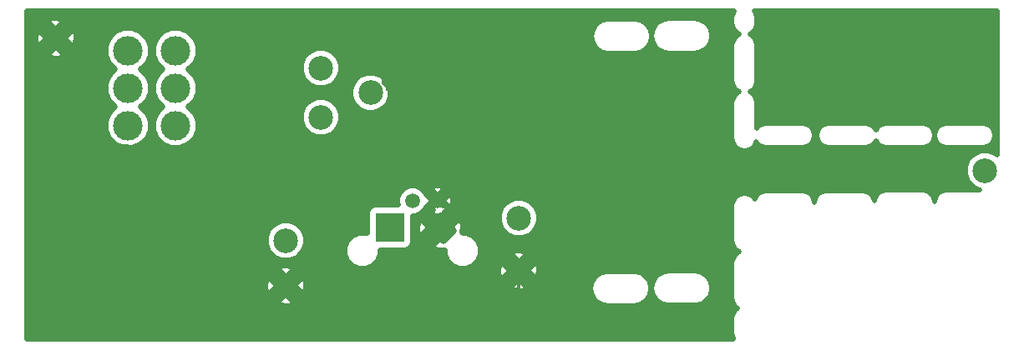
<source format=gbr>
G04 #@! TF.FileFunction,Copper,L2,Bot,Signal*
%FSLAX46Y46*%
G04 Gerber Fmt 4.6, Leading zero omitted, Abs format (unit mm)*
G04 Created by KiCad (PCBNEW 4.0.7) date 04/19/20 17:06:55*
%MOMM*%
%LPD*%
G01*
G04 APERTURE LIST*
%ADD10C,0.100000*%
%ADD11C,3.000000*%
%ADD12C,2.500000*%
%ADD13C,1.500000*%
%ADD14R,3.000000X3.000000*%
%ADD15C,0.600000*%
%ADD16C,0.350000*%
%ADD17C,0.500000*%
G04 APERTURE END LIST*
D10*
D11*
X56896000Y-93472000D03*
X56896000Y-89662000D03*
X56896000Y-85852000D03*
X52070000Y-93472000D03*
X52070000Y-89662000D03*
X52070000Y-85852000D03*
D12*
X76668000Y-90130000D03*
X71628000Y-92630000D03*
X71628000Y-87630000D03*
X138938000Y-98044000D03*
X44750000Y-84600000D03*
X91694000Y-102870000D03*
X91694000Y-108204000D03*
X68072000Y-109728000D03*
X68072000Y-105156000D03*
D13*
X80910000Y-101110000D03*
X83450000Y-101110000D03*
D14*
X78624000Y-103838000D03*
D11*
X83704000Y-103838000D03*
D15*
X76962000Y-94488000D03*
X76200000Y-83820000D03*
X76454000Y-86106000D03*
X77978000Y-86614000D03*
X78486000Y-89662000D03*
X78486000Y-92202000D03*
X77724000Y-93472000D03*
X83820000Y-90678000D03*
X82980000Y-83480000D03*
X83010000Y-85470000D03*
X84040000Y-86390000D03*
X84040000Y-89350000D03*
X87884000Y-97028000D03*
X88290000Y-98130000D03*
X89870000Y-84600000D03*
X90040000Y-85770000D03*
X90110000Y-87460000D03*
X90170000Y-91694000D03*
X90170000Y-90424000D03*
X90170000Y-89154000D03*
X91320000Y-93000000D03*
X91070000Y-94240000D03*
X91320000Y-95160000D03*
X92330000Y-97820000D03*
X98040000Y-83300000D03*
X98020000Y-84520000D03*
X98070000Y-85800000D03*
X98300000Y-87290000D03*
X97790000Y-92010000D03*
X98410000Y-92680000D03*
X98550000Y-94570000D03*
X98410000Y-97660000D03*
X98800000Y-98530000D03*
X110030000Y-100430000D03*
X108470000Y-99020000D03*
X106570000Y-99140000D03*
X103970000Y-99100000D03*
X102150000Y-99250000D03*
X100240000Y-99360000D03*
X97990000Y-99330000D03*
X96320000Y-99250000D03*
X94770000Y-99240000D03*
X92760000Y-99190000D03*
X90830000Y-99270000D03*
X88650000Y-99100000D03*
X86450000Y-99130000D03*
X84880000Y-99020000D03*
X83580000Y-99040000D03*
X81400000Y-98960000D03*
X80140000Y-98920000D03*
X78700000Y-98880000D03*
X76930000Y-98980000D03*
X75490000Y-98940000D03*
X73480000Y-98990000D03*
X69260000Y-98880000D03*
X67670000Y-98800000D03*
X66330000Y-98660000D03*
X64760000Y-98540000D03*
X62590000Y-98350000D03*
X60690000Y-98320000D03*
X58840000Y-98290000D03*
X57190000Y-98100000D03*
X55990000Y-97040000D03*
X55040000Y-95860000D03*
X53340000Y-95690000D03*
X52280000Y-95740000D03*
X50900000Y-95500000D03*
X49550000Y-95510000D03*
X46520000Y-95060000D03*
X44730000Y-95630000D03*
X42580000Y-86500000D03*
X42690000Y-87960000D03*
X42920000Y-90640000D03*
X42970000Y-93040000D03*
X42920000Y-95550000D03*
X43140000Y-98010000D03*
X42920000Y-100080000D03*
X42470000Y-102880000D03*
X42470000Y-105220000D03*
X42790000Y-108070000D03*
X42850000Y-110030000D03*
X42940000Y-111980000D03*
X44460000Y-113500000D03*
X46100000Y-113650000D03*
X48230000Y-113500000D03*
X50670000Y-113840000D03*
X52770000Y-113920000D03*
X55250000Y-113840000D03*
X57110000Y-113920000D03*
X59780000Y-113880000D03*
X62180000Y-113920000D03*
X64390000Y-113880000D03*
X67280000Y-113920000D03*
X68200000Y-112930000D03*
X69380000Y-113960000D03*
X71170000Y-114110000D03*
X72770000Y-114340000D03*
X74870000Y-114220000D03*
X76920000Y-114340000D03*
X79210000Y-114340000D03*
X81150000Y-114410000D03*
X83480000Y-114330000D03*
X86810000Y-114270000D03*
X89520000Y-114050000D03*
X92320000Y-113580000D03*
X112460000Y-99860000D03*
X112320000Y-101730000D03*
X112370000Y-103320000D03*
X112400000Y-104890000D03*
X112400000Y-106720000D03*
X112320000Y-108590000D03*
X112280000Y-110760000D03*
X112360000Y-112240000D03*
X111900000Y-113650000D03*
X109580000Y-113690000D03*
X106220000Y-113390000D03*
X103630000Y-113390000D03*
X101270000Y-113230000D03*
X98830000Y-113580000D03*
X96770000Y-113580000D03*
X94640000Y-113690000D03*
X111750000Y-99060000D03*
X113500000Y-99520000D03*
X115370000Y-99560000D03*
X117460000Y-99560000D03*
X119250000Y-99710000D03*
X120970000Y-99520000D03*
X123290000Y-99630000D03*
X125810000Y-99520000D03*
X127750000Y-99330000D03*
X129500000Y-99290000D03*
X131710000Y-99360000D03*
X133620000Y-99480000D03*
X135710000Y-99590000D03*
X135790000Y-96350000D03*
X133650000Y-96430000D03*
X131290000Y-96470000D03*
X129390000Y-96700000D03*
X128050000Y-96580000D03*
X126340000Y-96500000D03*
X124560000Y-96530000D03*
X122770000Y-96450000D03*
X120980000Y-96370000D03*
X119160000Y-96340000D03*
X117210000Y-96390000D03*
X115230000Y-96340000D03*
X113630000Y-96380000D03*
X113000000Y-95540000D03*
X112880000Y-94350000D03*
X112530000Y-92780000D03*
X112370000Y-91400000D03*
X42560000Y-82520000D03*
X44830000Y-82030000D03*
X46800000Y-82050000D03*
X48620000Y-82120000D03*
X50660000Y-81980000D03*
X53760000Y-82220000D03*
X56430000Y-82410000D03*
X59280000Y-82330000D03*
X62140000Y-82420000D03*
X64820000Y-82530000D03*
X67950000Y-82260000D03*
X70800000Y-82260000D03*
X73760000Y-82310000D03*
X77520000Y-82410000D03*
X84460000Y-82320000D03*
X80720000Y-82500000D03*
X87570000Y-82410000D03*
X90860000Y-82410000D03*
X94060000Y-82540000D03*
X96340000Y-82360000D03*
X97980000Y-82360000D03*
X112320000Y-90250000D03*
X112460000Y-89040000D03*
X112320000Y-86750000D03*
X112510000Y-85080000D03*
X112710000Y-83230000D03*
X111620000Y-82870000D03*
X108740000Y-82530000D03*
X106480000Y-82310000D03*
X104610000Y-82280000D03*
X102960000Y-82240000D03*
X100600000Y-82130000D03*
X49770000Y-109580000D03*
X49930000Y-107010000D03*
X97670000Y-88010000D03*
X97600000Y-89080000D03*
X97160000Y-90310000D03*
X97160000Y-91330000D03*
X101820000Y-89040000D03*
X102930000Y-88960000D03*
X60860000Y-93330000D03*
X60290000Y-92440000D03*
X60310000Y-90950000D03*
X60270000Y-89730000D03*
X75946000Y-97536000D03*
X76962000Y-97282000D03*
X103886000Y-90932000D03*
X87884000Y-88900000D03*
X81280000Y-90932000D03*
X89408000Y-94996000D03*
D16*
X76200000Y-85852000D02*
X76200000Y-83820000D01*
X76454000Y-86106000D02*
X76200000Y-85852000D01*
X77978000Y-89154000D02*
X77978000Y-86614000D01*
X78486000Y-89662000D02*
X77978000Y-89154000D01*
X78486000Y-92710000D02*
X78486000Y-92202000D01*
X77724000Y-93472000D02*
X78486000Y-92710000D01*
X82980000Y-85440000D02*
X82980000Y-83480000D01*
X83010000Y-85470000D02*
X82980000Y-85440000D01*
X84040000Y-89350000D02*
X84040000Y-86390000D01*
X88650000Y-99100000D02*
X88650000Y-98490000D01*
X88650000Y-98490000D02*
X88290000Y-98130000D01*
X90860000Y-83610000D02*
X90860000Y-82410000D01*
X89870000Y-84600000D02*
X90860000Y-83610000D01*
X90040000Y-87390000D02*
X90040000Y-85770000D01*
X90110000Y-87460000D02*
X90040000Y-87390000D01*
X90170000Y-89154000D02*
X90170000Y-90424000D01*
X91320000Y-93990000D02*
X91320000Y-93000000D01*
X91070000Y-94240000D02*
X91320000Y-93990000D01*
X91930000Y-95770000D02*
X91320000Y-95160000D01*
X91930000Y-97420000D02*
X91930000Y-95770000D01*
X92330000Y-97820000D02*
X91930000Y-97420000D01*
X98040000Y-84500000D02*
X98040000Y-83300000D01*
X98020000Y-84520000D02*
X98040000Y-84500000D01*
X98070000Y-87060000D02*
X98070000Y-85800000D01*
X98300000Y-87290000D02*
X98070000Y-87060000D01*
X97160000Y-91380000D02*
X97160000Y-91330000D01*
X97790000Y-92010000D02*
X97160000Y-91380000D01*
X98410000Y-94430000D02*
X98410000Y-92680000D01*
X98550000Y-94570000D02*
X98410000Y-94430000D01*
X98410000Y-98140000D02*
X98410000Y-97660000D01*
X98800000Y-98530000D02*
X98410000Y-98140000D01*
X109880000Y-100430000D02*
X110030000Y-100430000D01*
X108470000Y-99020000D02*
X109880000Y-100430000D01*
X104010000Y-99140000D02*
X106570000Y-99140000D01*
X103970000Y-99100000D02*
X104010000Y-99140000D01*
X100350000Y-99250000D02*
X102150000Y-99250000D01*
X100240000Y-99360000D02*
X100350000Y-99250000D01*
X96400000Y-99330000D02*
X97990000Y-99330000D01*
X96320000Y-99250000D02*
X96400000Y-99330000D01*
X92810000Y-99240000D02*
X94770000Y-99240000D01*
X92760000Y-99190000D02*
X92810000Y-99240000D01*
X88820000Y-99270000D02*
X90830000Y-99270000D01*
X88650000Y-99100000D02*
X88820000Y-99270000D01*
X84990000Y-99130000D02*
X86450000Y-99130000D01*
X84880000Y-99020000D02*
X84990000Y-99130000D01*
X81480000Y-99040000D02*
X83580000Y-99040000D01*
X81400000Y-98960000D02*
X81480000Y-99040000D01*
X78740000Y-98920000D02*
X80140000Y-98920000D01*
X78700000Y-98880000D02*
X78740000Y-98920000D01*
X75530000Y-98980000D02*
X76930000Y-98980000D01*
X75490000Y-98940000D02*
X75530000Y-98980000D01*
X70690000Y-98990000D02*
X73480000Y-98990000D01*
X70580000Y-98880000D02*
X70690000Y-98990000D01*
X69260000Y-98880000D02*
X70580000Y-98880000D01*
X66470000Y-98800000D02*
X67670000Y-98800000D01*
X66330000Y-98660000D02*
X66470000Y-98800000D01*
X62780000Y-98540000D02*
X64760000Y-98540000D01*
X62590000Y-98350000D02*
X62780000Y-98540000D01*
X58870000Y-98320000D02*
X60690000Y-98320000D01*
X58840000Y-98290000D02*
X58870000Y-98320000D01*
X57050000Y-98100000D02*
X57190000Y-98100000D01*
X55990000Y-97040000D02*
X57050000Y-98100000D01*
X53510000Y-95860000D02*
X55040000Y-95860000D01*
X53340000Y-95690000D02*
X53510000Y-95860000D01*
X42920000Y-95550000D02*
X44650000Y-95550000D01*
X52280000Y-95740000D02*
X52040000Y-95500000D01*
X52040000Y-95500000D02*
X50900000Y-95500000D01*
X46970000Y-95510000D02*
X49550000Y-95510000D01*
X46520000Y-95060000D02*
X46970000Y-95510000D01*
X44650000Y-95550000D02*
X44730000Y-95630000D01*
X42580000Y-86500000D02*
X44480000Y-84600000D01*
X42690000Y-90410000D02*
X42690000Y-87960000D01*
X42920000Y-90640000D02*
X42690000Y-90410000D01*
X42970000Y-95500000D02*
X42970000Y-93040000D01*
X42920000Y-95550000D02*
X42970000Y-95500000D01*
X43140000Y-99860000D02*
X43140000Y-98010000D01*
X42920000Y-100080000D02*
X43140000Y-99860000D01*
X42470000Y-105220000D02*
X42470000Y-102880000D01*
X42790000Y-109970000D02*
X42790000Y-108070000D01*
X42850000Y-110030000D02*
X42790000Y-109970000D01*
X44480000Y-84600000D02*
X44750000Y-84600000D01*
X44460000Y-113500000D02*
X42940000Y-111980000D01*
X48080000Y-113650000D02*
X46100000Y-113650000D01*
X48230000Y-113500000D02*
X48080000Y-113650000D01*
X52690000Y-113840000D02*
X50670000Y-113840000D01*
X52770000Y-113920000D02*
X52690000Y-113840000D01*
X57030000Y-113840000D02*
X55250000Y-113840000D01*
X57110000Y-113920000D02*
X57030000Y-113840000D01*
X62140000Y-113880000D02*
X59780000Y-113880000D01*
X62180000Y-113920000D02*
X62140000Y-113880000D01*
X67240000Y-113880000D02*
X64390000Y-113880000D01*
X67280000Y-113920000D02*
X67240000Y-113880000D01*
X92320000Y-113580000D02*
X89990000Y-113580000D01*
X68350000Y-112930000D02*
X68200000Y-112930000D01*
X69380000Y-113960000D02*
X68350000Y-112930000D01*
X72540000Y-114110000D02*
X71170000Y-114110000D01*
X72770000Y-114340000D02*
X72540000Y-114110000D01*
X76800000Y-114220000D02*
X74870000Y-114220000D01*
X76920000Y-114340000D02*
X76800000Y-114220000D01*
X81080000Y-114340000D02*
X79210000Y-114340000D01*
X81150000Y-114410000D02*
X81080000Y-114340000D01*
X86750000Y-114330000D02*
X83480000Y-114330000D01*
X86810000Y-114270000D02*
X86750000Y-114330000D01*
X89990000Y-113580000D02*
X89520000Y-114050000D01*
X91694000Y-112954000D02*
X91694000Y-108204000D01*
X92320000Y-113580000D02*
X91694000Y-112954000D01*
X112460000Y-99860000D02*
X112320000Y-100000000D01*
X112320000Y-100000000D02*
X112320000Y-101730000D01*
X112370000Y-103320000D02*
X112400000Y-103350000D01*
X112400000Y-103350000D02*
X112400000Y-104890000D01*
X112400000Y-106720000D02*
X112320000Y-106800000D01*
X112320000Y-106800000D02*
X112320000Y-108590000D01*
X112280000Y-110760000D02*
X112360000Y-110840000D01*
X112360000Y-110840000D02*
X112360000Y-112240000D01*
X111900000Y-113650000D02*
X111860000Y-113690000D01*
X111860000Y-113690000D02*
X109580000Y-113690000D01*
X106220000Y-113390000D02*
X103630000Y-113390000D01*
X101270000Y-113230000D02*
X100920000Y-113580000D01*
X100920000Y-113580000D02*
X98830000Y-113580000D01*
X96770000Y-113580000D02*
X96740000Y-113610000D01*
X96740000Y-113610000D02*
X94720000Y-113610000D01*
X94720000Y-113610000D02*
X94640000Y-113690000D01*
X113040000Y-99060000D02*
X111750000Y-99060000D01*
X113500000Y-99520000D02*
X113040000Y-99060000D01*
X117460000Y-99560000D02*
X115370000Y-99560000D01*
X120780000Y-99710000D02*
X119250000Y-99710000D01*
X120970000Y-99520000D02*
X120780000Y-99710000D01*
X125700000Y-99630000D02*
X123290000Y-99630000D01*
X125810000Y-99520000D02*
X125700000Y-99630000D01*
X129460000Y-99330000D02*
X127750000Y-99330000D01*
X129500000Y-99290000D02*
X129460000Y-99330000D01*
X133500000Y-99360000D02*
X131710000Y-99360000D01*
X133620000Y-99480000D02*
X133500000Y-99360000D01*
X135710000Y-96430000D02*
X135710000Y-99590000D01*
X135790000Y-96350000D02*
X135710000Y-96430000D01*
X133610000Y-96390000D02*
X133650000Y-96430000D01*
X131370000Y-96390000D02*
X133610000Y-96390000D01*
X131290000Y-96470000D02*
X131370000Y-96390000D01*
X128170000Y-96700000D02*
X129390000Y-96700000D01*
X128050000Y-96580000D02*
X128170000Y-96700000D01*
X124590000Y-96500000D02*
X126340000Y-96500000D01*
X124560000Y-96530000D02*
X124590000Y-96500000D01*
X121060000Y-96450000D02*
X122770000Y-96450000D01*
X120980000Y-96370000D02*
X121060000Y-96450000D01*
X117260000Y-96340000D02*
X119160000Y-96340000D01*
X117210000Y-96390000D02*
X117260000Y-96340000D01*
X113670000Y-96340000D02*
X115230000Y-96340000D01*
X113630000Y-96380000D02*
X113670000Y-96340000D01*
X113000000Y-94470000D02*
X113000000Y-95540000D01*
X112880000Y-94350000D02*
X113000000Y-94470000D01*
X112530000Y-91560000D02*
X112530000Y-92780000D01*
X112370000Y-91400000D02*
X112530000Y-91560000D01*
X42560000Y-82520000D02*
X43050000Y-82030000D01*
X43050000Y-82030000D02*
X44830000Y-82030000D01*
X46800000Y-82050000D02*
X46870000Y-82120000D01*
X46870000Y-82120000D02*
X48620000Y-82120000D01*
X50660000Y-81980000D02*
X50900000Y-82220000D01*
X50900000Y-82220000D02*
X53760000Y-82220000D01*
X56430000Y-82410000D02*
X56510000Y-82330000D01*
X56510000Y-82330000D02*
X59280000Y-82330000D01*
X62140000Y-82420000D02*
X62250000Y-82530000D01*
X62250000Y-82530000D02*
X64820000Y-82530000D01*
X67950000Y-82260000D02*
X68000000Y-82310000D01*
X68000000Y-82310000D02*
X70750000Y-82310000D01*
X70750000Y-82310000D02*
X70800000Y-82260000D01*
X73760000Y-82310000D02*
X73860000Y-82410000D01*
X73860000Y-82410000D02*
X77520000Y-82410000D01*
X80720000Y-82500000D02*
X80900000Y-82320000D01*
X80900000Y-82320000D02*
X84460000Y-82320000D01*
X87570000Y-82410000D02*
X90860000Y-82410000D01*
X94060000Y-82540000D02*
X94240000Y-82360000D01*
X94240000Y-82360000D02*
X96340000Y-82360000D01*
X112320000Y-89180000D02*
X112320000Y-90250000D01*
X112460000Y-89040000D02*
X112320000Y-89180000D01*
X112320000Y-85270000D02*
X112320000Y-86750000D01*
X112510000Y-85080000D02*
X112320000Y-85270000D01*
X111980000Y-83230000D02*
X112710000Y-83230000D01*
X111620000Y-82870000D02*
X111980000Y-83230000D01*
X106700000Y-82530000D02*
X108740000Y-82530000D01*
X106480000Y-82310000D02*
X106700000Y-82530000D01*
X103000000Y-82280000D02*
X104610000Y-82280000D01*
X102960000Y-82240000D02*
X103000000Y-82280000D01*
X98210000Y-82130000D02*
X100600000Y-82130000D01*
X97980000Y-82360000D02*
X98210000Y-82130000D01*
X97670000Y-88010000D02*
X97600000Y-88080000D01*
X97600000Y-88080000D02*
X97600000Y-89080000D01*
X97160000Y-90310000D02*
X97160000Y-91330000D01*
X102850000Y-89040000D02*
X101820000Y-89040000D01*
X102930000Y-88960000D02*
X102850000Y-89040000D01*
X60860000Y-93010000D02*
X60860000Y-93330000D01*
X60290000Y-92440000D02*
X60860000Y-93010000D01*
X60310000Y-89770000D02*
X60310000Y-90950000D01*
X60270000Y-89730000D02*
X60310000Y-89770000D01*
X76708000Y-97536000D02*
X75946000Y-97536000D01*
X76962000Y-97282000D02*
X76708000Y-97536000D01*
X87884000Y-88900000D02*
X88138000Y-88900000D01*
D17*
G36*
X113399151Y-82046259D02*
X113304000Y-82524613D01*
X113304000Y-83083387D01*
X113399151Y-83561741D01*
X113670117Y-83967270D01*
X114015888Y-84198307D01*
X113670117Y-84429344D01*
X113399151Y-84834873D01*
X113304000Y-85313227D01*
X113304000Y-88930773D01*
X113399151Y-89409127D01*
X113670117Y-89814656D01*
X114011858Y-90043000D01*
X113670117Y-90271344D01*
X113399151Y-90676873D01*
X113304000Y-91155227D01*
X113304000Y-94772773D01*
X113399151Y-95251127D01*
X113670117Y-95656656D01*
X114075646Y-95927622D01*
X114554000Y-96022773D01*
X115032354Y-95927622D01*
X115437883Y-95656656D01*
X115708849Y-95251127D01*
X115740004Y-95094502D01*
X115925344Y-95371883D01*
X116330873Y-95642849D01*
X116809227Y-95738000D01*
X120426773Y-95738000D01*
X120905127Y-95642849D01*
X121310656Y-95371883D01*
X121581622Y-94966354D01*
X121676773Y-94488000D01*
X121909227Y-94488000D01*
X122004378Y-94966354D01*
X122275344Y-95371883D01*
X122680873Y-95642849D01*
X123159227Y-95738000D01*
X126776773Y-95738000D01*
X127255127Y-95642849D01*
X127660656Y-95371883D01*
X127889000Y-95030142D01*
X128117344Y-95371883D01*
X128522873Y-95642849D01*
X129001227Y-95738000D01*
X132618773Y-95738000D01*
X133097127Y-95642849D01*
X133502656Y-95371883D01*
X133773622Y-94966354D01*
X133858000Y-94542159D01*
X133942378Y-94966354D01*
X134213344Y-95371883D01*
X134618873Y-95642849D01*
X135097227Y-95738000D01*
X138714773Y-95738000D01*
X139193127Y-95642849D01*
X139598656Y-95371883D01*
X139869622Y-94966354D01*
X139964773Y-94488000D01*
X139869622Y-94009646D01*
X139598656Y-93604117D01*
X139193127Y-93333151D01*
X138714773Y-93238000D01*
X135097227Y-93238000D01*
X134618873Y-93333151D01*
X134213344Y-93604117D01*
X133942378Y-94009646D01*
X133858000Y-94433841D01*
X133773622Y-94009646D01*
X133502656Y-93604117D01*
X133097127Y-93333151D01*
X132618773Y-93238000D01*
X129001227Y-93238000D01*
X128522873Y-93333151D01*
X128117344Y-93604117D01*
X127889000Y-93945858D01*
X127660656Y-93604117D01*
X127255127Y-93333151D01*
X126776773Y-93238000D01*
X123159227Y-93238000D01*
X122680873Y-93333151D01*
X122275344Y-93604117D01*
X122004378Y-94009646D01*
X121909227Y-94488000D01*
X121676773Y-94488000D01*
X121581622Y-94009646D01*
X121310656Y-93604117D01*
X120905127Y-93333151D01*
X120426773Y-93238000D01*
X116809227Y-93238000D01*
X116330873Y-93333151D01*
X115925344Y-93604117D01*
X115804000Y-93785721D01*
X115804000Y-91155227D01*
X115708849Y-90676873D01*
X115437883Y-90271344D01*
X115096142Y-90043000D01*
X115437883Y-89814656D01*
X115708849Y-89409127D01*
X115804000Y-88930773D01*
X115804000Y-85313227D01*
X115708849Y-84834873D01*
X115437883Y-84429344D01*
X115092112Y-84198307D01*
X115437883Y-83967270D01*
X115708849Y-83561741D01*
X115804000Y-83083387D01*
X115804000Y-82524613D01*
X115708849Y-82046259D01*
X115561008Y-81825000D01*
X140175000Y-81825000D01*
X140175000Y-96452262D01*
X140072388Y-96349471D01*
X139337570Y-96044348D01*
X138541921Y-96043654D01*
X137806571Y-96347494D01*
X137243471Y-96909612D01*
X136938348Y-97644430D01*
X136937654Y-98440079D01*
X137241494Y-99175429D01*
X137803612Y-99738529D01*
X138385139Y-99980000D01*
X135051227Y-99980000D01*
X134572873Y-100075151D01*
X134167344Y-100346117D01*
X133896378Y-100751646D01*
X133806022Y-101205895D01*
X133723622Y-100791646D01*
X133452656Y-100386117D01*
X133047127Y-100115151D01*
X132568773Y-100020000D01*
X128951227Y-100020000D01*
X128472873Y-100115151D01*
X128067344Y-100386117D01*
X127796378Y-100791646D01*
X127729441Y-101128158D01*
X127677622Y-100867646D01*
X127406656Y-100462117D01*
X127001127Y-100191151D01*
X126522773Y-100096000D01*
X122905227Y-100096000D01*
X122426873Y-100191151D01*
X122021344Y-100462117D01*
X121750378Y-100867646D01*
X121666000Y-101291841D01*
X121581622Y-100867646D01*
X121310656Y-100462117D01*
X120905127Y-100191151D01*
X120426773Y-100096000D01*
X116809227Y-100096000D01*
X116330873Y-100191151D01*
X115925344Y-100462117D01*
X115654378Y-100867646D01*
X115632657Y-100976844D01*
X115437883Y-100685344D01*
X115032354Y-100414378D01*
X114554000Y-100319227D01*
X114075646Y-100414378D01*
X113670117Y-100685344D01*
X113399151Y-101090873D01*
X113304000Y-101569227D01*
X113304000Y-105186773D01*
X113399151Y-105665127D01*
X113670117Y-106070656D01*
X114011858Y-106299000D01*
X113670117Y-106527344D01*
X113399151Y-106932873D01*
X113304000Y-107411227D01*
X113304000Y-111028773D01*
X113399151Y-111507127D01*
X113670117Y-111912656D01*
X113824476Y-112015796D01*
X113670117Y-112118935D01*
X113399151Y-112524464D01*
X113304000Y-113002818D01*
X113304000Y-114581182D01*
X113399151Y-115059536D01*
X113476302Y-115175000D01*
X41825000Y-115175000D01*
X41825000Y-111407063D01*
X67276820Y-111407063D01*
X67431684Y-111672632D01*
X68224604Y-111769644D01*
X68712316Y-111672632D01*
X68867180Y-111407063D01*
X68072000Y-110611883D01*
X67276820Y-111407063D01*
X41825000Y-111407063D01*
X41825000Y-109880604D01*
X66030356Y-109880604D01*
X66127368Y-110368316D01*
X66392937Y-110523180D01*
X67188117Y-109728000D01*
X68955883Y-109728000D01*
X69751063Y-110523180D01*
X70016632Y-110368316D01*
X70076001Y-109883063D01*
X90898820Y-109883063D01*
X91053684Y-110148632D01*
X91846604Y-110245644D01*
X92334316Y-110148632D01*
X92406410Y-110025000D01*
X98966227Y-110025000D01*
X99099438Y-110694696D01*
X99478790Y-111262437D01*
X100046531Y-111641789D01*
X100716227Y-111775000D01*
X103333773Y-111775000D01*
X104003469Y-111641789D01*
X104571210Y-111262437D01*
X104950562Y-110694696D01*
X105083773Y-110025000D01*
X105075220Y-109982000D01*
X105145227Y-109982000D01*
X105278438Y-110651696D01*
X105657790Y-111219437D01*
X106225531Y-111598789D01*
X106895227Y-111732000D01*
X109512773Y-111732000D01*
X110182469Y-111598789D01*
X110750210Y-111219437D01*
X111129562Y-110651696D01*
X111262773Y-109982000D01*
X111129562Y-109312304D01*
X110750210Y-108744563D01*
X110182469Y-108365211D01*
X109512773Y-108232000D01*
X106895227Y-108232000D01*
X106225531Y-108365211D01*
X105657790Y-108744563D01*
X105278438Y-109312304D01*
X105145227Y-109982000D01*
X105075220Y-109982000D01*
X104950562Y-109355304D01*
X104571210Y-108787563D01*
X104003469Y-108408211D01*
X103333773Y-108275000D01*
X100716227Y-108275000D01*
X100046531Y-108408211D01*
X99478790Y-108787563D01*
X99099438Y-109355304D01*
X98966227Y-110025000D01*
X92406410Y-110025000D01*
X92489180Y-109883063D01*
X91694000Y-109087883D01*
X90898820Y-109883063D01*
X70076001Y-109883063D01*
X70113644Y-109575396D01*
X70016632Y-109087684D01*
X69751063Y-108932820D01*
X68955883Y-109728000D01*
X67188117Y-109728000D01*
X66392937Y-108932820D01*
X66127368Y-109087684D01*
X66030356Y-109880604D01*
X41825000Y-109880604D01*
X41825000Y-108048937D01*
X67276820Y-108048937D01*
X68072000Y-108844117D01*
X68559513Y-108356604D01*
X89652356Y-108356604D01*
X89749368Y-108844316D01*
X90014937Y-108999180D01*
X90810117Y-108204000D01*
X92577883Y-108204000D01*
X93373063Y-108999180D01*
X93638632Y-108844316D01*
X93735644Y-108051396D01*
X93638632Y-107563684D01*
X93373063Y-107408820D01*
X92577883Y-108204000D01*
X90810117Y-108204000D01*
X90014937Y-107408820D01*
X89749368Y-107563684D01*
X89652356Y-108356604D01*
X68559513Y-108356604D01*
X68867180Y-108048937D01*
X68712316Y-107783368D01*
X67919396Y-107686356D01*
X67431684Y-107783368D01*
X67276820Y-108048937D01*
X41825000Y-108048937D01*
X41825000Y-105552079D01*
X66071654Y-105552079D01*
X66375494Y-106287429D01*
X66937612Y-106850529D01*
X67672430Y-107155652D01*
X68468079Y-107156346D01*
X69203429Y-106852506D01*
X69509998Y-106546471D01*
X74029688Y-106546471D01*
X74303145Y-107208286D01*
X74809051Y-107715076D01*
X75470387Y-107989687D01*
X76186471Y-107990312D01*
X76848286Y-107716855D01*
X77355076Y-107210949D01*
X77629687Y-106549613D01*
X77630077Y-106102693D01*
X80124000Y-106102693D01*
X80401933Y-106050396D01*
X80657198Y-105886138D01*
X80739994Y-105764961D01*
X82837699Y-105764961D01*
X83031361Y-106039784D01*
X83925149Y-106129592D01*
X84177605Y-106079375D01*
X84190085Y-106091855D01*
X84189688Y-106546471D01*
X84463145Y-107208286D01*
X84969051Y-107715076D01*
X85630387Y-107989687D01*
X86346471Y-107990312D01*
X87008286Y-107716855D01*
X87515076Y-107210949D01*
X87789687Y-106549613D01*
X87789708Y-106524937D01*
X90898820Y-106524937D01*
X91694000Y-107320117D01*
X92489180Y-106524937D01*
X92334316Y-106259368D01*
X91541396Y-106162356D01*
X91053684Y-106259368D01*
X90898820Y-106524937D01*
X87789708Y-106524937D01*
X87790312Y-105833529D01*
X87516855Y-105171714D01*
X87010949Y-104664924D01*
X86349613Y-104390313D01*
X86023798Y-104390028D01*
X85927572Y-104293802D01*
X85995592Y-103616851D01*
X85925819Y-103266079D01*
X89693654Y-103266079D01*
X89997494Y-104001429D01*
X90559612Y-104564529D01*
X91294430Y-104869652D01*
X92090079Y-104870346D01*
X92825429Y-104566506D01*
X93388529Y-104004388D01*
X93693652Y-103269570D01*
X93694346Y-102473921D01*
X93390506Y-101738571D01*
X92828388Y-101175471D01*
X92093570Y-100870348D01*
X91297921Y-100869654D01*
X90562571Y-101173494D01*
X89999471Y-101735612D01*
X89694348Y-102470430D01*
X89693654Y-103266079D01*
X85925819Y-103266079D01*
X85905784Y-103165361D01*
X85630961Y-102971699D01*
X84764660Y-103838000D01*
X85132356Y-104205696D01*
X84071696Y-105266356D01*
X83704000Y-104898660D01*
X82837699Y-105764961D01*
X80739994Y-105764961D01*
X80828446Y-105635508D01*
X80888693Y-105338000D01*
X80888693Y-104059149D01*
X81412408Y-104059149D01*
X81502216Y-104510639D01*
X81777039Y-104704301D01*
X82643340Y-103838000D01*
X81777039Y-102971699D01*
X81502216Y-103165361D01*
X81412408Y-104059149D01*
X80888693Y-104059149D01*
X80888693Y-102609982D01*
X81207059Y-102610260D01*
X81758572Y-102382380D01*
X81850360Y-102290751D01*
X82799579Y-102290751D01*
X82876928Y-102536753D01*
X83466546Y-102647453D01*
X83556266Y-102629606D01*
X83704000Y-102777340D01*
X83925099Y-102556241D01*
X84023072Y-102536753D01*
X84059067Y-102422273D01*
X84570301Y-101911039D01*
X84376639Y-101636216D01*
X83482851Y-101546408D01*
X83031361Y-101636216D01*
X82837699Y-101911039D01*
X83008495Y-102081835D01*
X82799579Y-102290751D01*
X81850360Y-102290751D01*
X82180897Y-101960791D01*
X82264693Y-101758988D01*
X82269249Y-101760421D01*
X82919670Y-101110000D01*
X83980330Y-101110000D01*
X84630751Y-101760421D01*
X84876753Y-101683072D01*
X84987453Y-101093454D01*
X84876753Y-100536928D01*
X84630751Y-100459579D01*
X83980330Y-101110000D01*
X82919670Y-101110000D01*
X82269249Y-100459579D01*
X82264828Y-100460969D01*
X82182380Y-100261428D01*
X81850780Y-99929249D01*
X82799579Y-99929249D01*
X83450000Y-100579670D01*
X84100421Y-99929249D01*
X84023072Y-99683247D01*
X83433454Y-99572547D01*
X82876928Y-99683247D01*
X82799579Y-99929249D01*
X81850780Y-99929249D01*
X81760791Y-99839103D01*
X81209677Y-99610261D01*
X80612941Y-99609740D01*
X80061428Y-99837620D01*
X79639103Y-100259209D01*
X79410261Y-100810323D01*
X79409740Y-101407059D01*
X79478432Y-101573307D01*
X77124000Y-101573307D01*
X76846067Y-101625604D01*
X76590802Y-101789862D01*
X76419554Y-102040492D01*
X76359307Y-102338000D01*
X76359307Y-104460776D01*
X76189613Y-104390313D01*
X75473529Y-104389688D01*
X74811714Y-104663145D01*
X74304924Y-105169051D01*
X74030313Y-105830387D01*
X74029688Y-106546471D01*
X69509998Y-106546471D01*
X69766529Y-106290388D01*
X70071652Y-105555570D01*
X70072346Y-104759921D01*
X69768506Y-104024571D01*
X69206388Y-103461471D01*
X68471570Y-103156348D01*
X67675921Y-103155654D01*
X66940571Y-103459494D01*
X66377471Y-104021612D01*
X66072348Y-104756430D01*
X66071654Y-105552079D01*
X41825000Y-105552079D01*
X41825000Y-86279063D01*
X43954820Y-86279063D01*
X44109684Y-86544632D01*
X44902604Y-86641644D01*
X45390316Y-86544632D01*
X45534376Y-86297589D01*
X49819610Y-86297589D01*
X50161431Y-87124858D01*
X50793018Y-87757548D01*
X50163655Y-88385813D01*
X49820392Y-89212484D01*
X49819610Y-90107589D01*
X50161431Y-90934858D01*
X50793018Y-91567548D01*
X50163655Y-92195813D01*
X49820392Y-93022484D01*
X49819610Y-93917589D01*
X50161431Y-94744858D01*
X50793813Y-95378345D01*
X51620484Y-95721608D01*
X52515589Y-95722390D01*
X53342858Y-95380569D01*
X53976345Y-94748187D01*
X54319608Y-93921516D01*
X54320390Y-93026411D01*
X53978569Y-92199142D01*
X53346982Y-91566452D01*
X53976345Y-90938187D01*
X54319608Y-90111516D01*
X54320390Y-89216411D01*
X53978569Y-88389142D01*
X53346982Y-87756452D01*
X53976345Y-87128187D01*
X54319608Y-86301516D01*
X54319611Y-86297589D01*
X54645610Y-86297589D01*
X54987431Y-87124858D01*
X55619018Y-87757548D01*
X54989655Y-88385813D01*
X54646392Y-89212484D01*
X54645610Y-90107589D01*
X54987431Y-90934858D01*
X55619018Y-91567548D01*
X54989655Y-92195813D01*
X54646392Y-93022484D01*
X54645610Y-93917589D01*
X54987431Y-94744858D01*
X55619813Y-95378345D01*
X56446484Y-95721608D01*
X57341589Y-95722390D01*
X58168858Y-95380569D01*
X58802345Y-94748187D01*
X59145608Y-93921516D01*
X59146390Y-93026411D01*
X59146253Y-93026079D01*
X69627654Y-93026079D01*
X69931494Y-93761429D01*
X70493612Y-94324529D01*
X71228430Y-94629652D01*
X72024079Y-94630346D01*
X72759429Y-94326506D01*
X73322529Y-93764388D01*
X73627652Y-93029570D01*
X73628346Y-92233921D01*
X73324506Y-91498571D01*
X72762388Y-90935471D01*
X72027570Y-90630348D01*
X71231921Y-90629654D01*
X70496571Y-90933494D01*
X69933471Y-91495612D01*
X69628348Y-92230430D01*
X69627654Y-93026079D01*
X59146253Y-93026079D01*
X58804569Y-92199142D01*
X58172982Y-91566452D01*
X58802345Y-90938187D01*
X58973466Y-90526079D01*
X74667654Y-90526079D01*
X74971494Y-91261429D01*
X75533612Y-91824529D01*
X76268430Y-92129652D01*
X77064079Y-92130346D01*
X77799429Y-91826506D01*
X78362529Y-91264388D01*
X78667652Y-90529570D01*
X78668346Y-89733921D01*
X78364506Y-88998571D01*
X77802388Y-88435471D01*
X77067570Y-88130348D01*
X76271921Y-88129654D01*
X75536571Y-88433494D01*
X74973471Y-88995612D01*
X74668348Y-89730430D01*
X74667654Y-90526079D01*
X58973466Y-90526079D01*
X59145608Y-90111516D01*
X59146390Y-89216411D01*
X58804569Y-88389142D01*
X58442139Y-88026079D01*
X69627654Y-88026079D01*
X69931494Y-88761429D01*
X70493612Y-89324529D01*
X71228430Y-89629652D01*
X72024079Y-89630346D01*
X72759429Y-89326506D01*
X73322529Y-88764388D01*
X73627652Y-88029570D01*
X73628346Y-87233921D01*
X73324506Y-86498571D01*
X72762388Y-85935471D01*
X72027570Y-85630348D01*
X71231921Y-85629654D01*
X70496571Y-85933494D01*
X69933471Y-86495612D01*
X69628348Y-87230430D01*
X69627654Y-88026079D01*
X58442139Y-88026079D01*
X58172982Y-87756452D01*
X58802345Y-87128187D01*
X59145608Y-86301516D01*
X59146390Y-85406411D01*
X58804569Y-84579142D01*
X58625740Y-84400000D01*
X99041227Y-84400000D01*
X99174438Y-85069696D01*
X99553790Y-85637437D01*
X100121531Y-86016789D01*
X100791227Y-86150000D01*
X103408773Y-86150000D01*
X104078469Y-86016789D01*
X104646210Y-85637437D01*
X105025562Y-85069696D01*
X105154973Y-84419105D01*
X105274438Y-85019696D01*
X105653790Y-85587437D01*
X106221531Y-85966789D01*
X106891227Y-86100000D01*
X109508773Y-86100000D01*
X110178469Y-85966789D01*
X110746210Y-85587437D01*
X111125562Y-85019696D01*
X111258773Y-84350000D01*
X111125562Y-83680304D01*
X110746210Y-83112563D01*
X110178469Y-82733211D01*
X109508773Y-82600000D01*
X106891227Y-82600000D01*
X106221531Y-82733211D01*
X105653790Y-83112563D01*
X105274438Y-83680304D01*
X105145027Y-84330895D01*
X105025562Y-83730304D01*
X104646210Y-83162563D01*
X104078469Y-82783211D01*
X103408773Y-82650000D01*
X100791227Y-82650000D01*
X100121531Y-82783211D01*
X99553790Y-83162563D01*
X99174438Y-83730304D01*
X99041227Y-84400000D01*
X58625740Y-84400000D01*
X58172187Y-83945655D01*
X57345516Y-83602392D01*
X56450411Y-83601610D01*
X55623142Y-83943431D01*
X54989655Y-84575813D01*
X54646392Y-85402484D01*
X54645610Y-86297589D01*
X54319611Y-86297589D01*
X54320390Y-85406411D01*
X53978569Y-84579142D01*
X53346187Y-83945655D01*
X52519516Y-83602392D01*
X51624411Y-83601610D01*
X50797142Y-83943431D01*
X50163655Y-84575813D01*
X49820392Y-85402484D01*
X49819610Y-86297589D01*
X45534376Y-86297589D01*
X45545180Y-86279063D01*
X44750000Y-85483883D01*
X43954820Y-86279063D01*
X41825000Y-86279063D01*
X41825000Y-84752604D01*
X42708356Y-84752604D01*
X42805368Y-85240316D01*
X43070937Y-85395180D01*
X43866117Y-84600000D01*
X45633883Y-84600000D01*
X46429063Y-85395180D01*
X46694632Y-85240316D01*
X46791644Y-84447396D01*
X46694632Y-83959684D01*
X46429063Y-83804820D01*
X45633883Y-84600000D01*
X43866117Y-84600000D01*
X43070937Y-83804820D01*
X42805368Y-83959684D01*
X42708356Y-84752604D01*
X41825000Y-84752604D01*
X41825000Y-82920937D01*
X43954820Y-82920937D01*
X44750000Y-83716117D01*
X45545180Y-82920937D01*
X45390316Y-82655368D01*
X44597396Y-82558356D01*
X44109684Y-82655368D01*
X43954820Y-82920937D01*
X41825000Y-82920937D01*
X41825000Y-81825000D01*
X113546992Y-81825000D01*
X113399151Y-82046259D01*
X113399151Y-82046259D01*
G37*
X113399151Y-82046259D02*
X113304000Y-82524613D01*
X113304000Y-83083387D01*
X113399151Y-83561741D01*
X113670117Y-83967270D01*
X114015888Y-84198307D01*
X113670117Y-84429344D01*
X113399151Y-84834873D01*
X113304000Y-85313227D01*
X113304000Y-88930773D01*
X113399151Y-89409127D01*
X113670117Y-89814656D01*
X114011858Y-90043000D01*
X113670117Y-90271344D01*
X113399151Y-90676873D01*
X113304000Y-91155227D01*
X113304000Y-94772773D01*
X113399151Y-95251127D01*
X113670117Y-95656656D01*
X114075646Y-95927622D01*
X114554000Y-96022773D01*
X115032354Y-95927622D01*
X115437883Y-95656656D01*
X115708849Y-95251127D01*
X115740004Y-95094502D01*
X115925344Y-95371883D01*
X116330873Y-95642849D01*
X116809227Y-95738000D01*
X120426773Y-95738000D01*
X120905127Y-95642849D01*
X121310656Y-95371883D01*
X121581622Y-94966354D01*
X121676773Y-94488000D01*
X121909227Y-94488000D01*
X122004378Y-94966354D01*
X122275344Y-95371883D01*
X122680873Y-95642849D01*
X123159227Y-95738000D01*
X126776773Y-95738000D01*
X127255127Y-95642849D01*
X127660656Y-95371883D01*
X127889000Y-95030142D01*
X128117344Y-95371883D01*
X128522873Y-95642849D01*
X129001227Y-95738000D01*
X132618773Y-95738000D01*
X133097127Y-95642849D01*
X133502656Y-95371883D01*
X133773622Y-94966354D01*
X133858000Y-94542159D01*
X133942378Y-94966354D01*
X134213344Y-95371883D01*
X134618873Y-95642849D01*
X135097227Y-95738000D01*
X138714773Y-95738000D01*
X139193127Y-95642849D01*
X139598656Y-95371883D01*
X139869622Y-94966354D01*
X139964773Y-94488000D01*
X139869622Y-94009646D01*
X139598656Y-93604117D01*
X139193127Y-93333151D01*
X138714773Y-93238000D01*
X135097227Y-93238000D01*
X134618873Y-93333151D01*
X134213344Y-93604117D01*
X133942378Y-94009646D01*
X133858000Y-94433841D01*
X133773622Y-94009646D01*
X133502656Y-93604117D01*
X133097127Y-93333151D01*
X132618773Y-93238000D01*
X129001227Y-93238000D01*
X128522873Y-93333151D01*
X128117344Y-93604117D01*
X127889000Y-93945858D01*
X127660656Y-93604117D01*
X127255127Y-93333151D01*
X126776773Y-93238000D01*
X123159227Y-93238000D01*
X122680873Y-93333151D01*
X122275344Y-93604117D01*
X122004378Y-94009646D01*
X121909227Y-94488000D01*
X121676773Y-94488000D01*
X121581622Y-94009646D01*
X121310656Y-93604117D01*
X120905127Y-93333151D01*
X120426773Y-93238000D01*
X116809227Y-93238000D01*
X116330873Y-93333151D01*
X115925344Y-93604117D01*
X115804000Y-93785721D01*
X115804000Y-91155227D01*
X115708849Y-90676873D01*
X115437883Y-90271344D01*
X115096142Y-90043000D01*
X115437883Y-89814656D01*
X115708849Y-89409127D01*
X115804000Y-88930773D01*
X115804000Y-85313227D01*
X115708849Y-84834873D01*
X115437883Y-84429344D01*
X115092112Y-84198307D01*
X115437883Y-83967270D01*
X115708849Y-83561741D01*
X115804000Y-83083387D01*
X115804000Y-82524613D01*
X115708849Y-82046259D01*
X115561008Y-81825000D01*
X140175000Y-81825000D01*
X140175000Y-96452262D01*
X140072388Y-96349471D01*
X139337570Y-96044348D01*
X138541921Y-96043654D01*
X137806571Y-96347494D01*
X137243471Y-96909612D01*
X136938348Y-97644430D01*
X136937654Y-98440079D01*
X137241494Y-99175429D01*
X137803612Y-99738529D01*
X138385139Y-99980000D01*
X135051227Y-99980000D01*
X134572873Y-100075151D01*
X134167344Y-100346117D01*
X133896378Y-100751646D01*
X133806022Y-101205895D01*
X133723622Y-100791646D01*
X133452656Y-100386117D01*
X133047127Y-100115151D01*
X132568773Y-100020000D01*
X128951227Y-100020000D01*
X128472873Y-100115151D01*
X128067344Y-100386117D01*
X127796378Y-100791646D01*
X127729441Y-101128158D01*
X127677622Y-100867646D01*
X127406656Y-100462117D01*
X127001127Y-100191151D01*
X126522773Y-100096000D01*
X122905227Y-100096000D01*
X122426873Y-100191151D01*
X122021344Y-100462117D01*
X121750378Y-100867646D01*
X121666000Y-101291841D01*
X121581622Y-100867646D01*
X121310656Y-100462117D01*
X120905127Y-100191151D01*
X120426773Y-100096000D01*
X116809227Y-100096000D01*
X116330873Y-100191151D01*
X115925344Y-100462117D01*
X115654378Y-100867646D01*
X115632657Y-100976844D01*
X115437883Y-100685344D01*
X115032354Y-100414378D01*
X114554000Y-100319227D01*
X114075646Y-100414378D01*
X113670117Y-100685344D01*
X113399151Y-101090873D01*
X113304000Y-101569227D01*
X113304000Y-105186773D01*
X113399151Y-105665127D01*
X113670117Y-106070656D01*
X114011858Y-106299000D01*
X113670117Y-106527344D01*
X113399151Y-106932873D01*
X113304000Y-107411227D01*
X113304000Y-111028773D01*
X113399151Y-111507127D01*
X113670117Y-111912656D01*
X113824476Y-112015796D01*
X113670117Y-112118935D01*
X113399151Y-112524464D01*
X113304000Y-113002818D01*
X113304000Y-114581182D01*
X113399151Y-115059536D01*
X113476302Y-115175000D01*
X41825000Y-115175000D01*
X41825000Y-111407063D01*
X67276820Y-111407063D01*
X67431684Y-111672632D01*
X68224604Y-111769644D01*
X68712316Y-111672632D01*
X68867180Y-111407063D01*
X68072000Y-110611883D01*
X67276820Y-111407063D01*
X41825000Y-111407063D01*
X41825000Y-109880604D01*
X66030356Y-109880604D01*
X66127368Y-110368316D01*
X66392937Y-110523180D01*
X67188117Y-109728000D01*
X68955883Y-109728000D01*
X69751063Y-110523180D01*
X70016632Y-110368316D01*
X70076001Y-109883063D01*
X90898820Y-109883063D01*
X91053684Y-110148632D01*
X91846604Y-110245644D01*
X92334316Y-110148632D01*
X92406410Y-110025000D01*
X98966227Y-110025000D01*
X99099438Y-110694696D01*
X99478790Y-111262437D01*
X100046531Y-111641789D01*
X100716227Y-111775000D01*
X103333773Y-111775000D01*
X104003469Y-111641789D01*
X104571210Y-111262437D01*
X104950562Y-110694696D01*
X105083773Y-110025000D01*
X105075220Y-109982000D01*
X105145227Y-109982000D01*
X105278438Y-110651696D01*
X105657790Y-111219437D01*
X106225531Y-111598789D01*
X106895227Y-111732000D01*
X109512773Y-111732000D01*
X110182469Y-111598789D01*
X110750210Y-111219437D01*
X111129562Y-110651696D01*
X111262773Y-109982000D01*
X111129562Y-109312304D01*
X110750210Y-108744563D01*
X110182469Y-108365211D01*
X109512773Y-108232000D01*
X106895227Y-108232000D01*
X106225531Y-108365211D01*
X105657790Y-108744563D01*
X105278438Y-109312304D01*
X105145227Y-109982000D01*
X105075220Y-109982000D01*
X104950562Y-109355304D01*
X104571210Y-108787563D01*
X104003469Y-108408211D01*
X103333773Y-108275000D01*
X100716227Y-108275000D01*
X100046531Y-108408211D01*
X99478790Y-108787563D01*
X99099438Y-109355304D01*
X98966227Y-110025000D01*
X92406410Y-110025000D01*
X92489180Y-109883063D01*
X91694000Y-109087883D01*
X90898820Y-109883063D01*
X70076001Y-109883063D01*
X70113644Y-109575396D01*
X70016632Y-109087684D01*
X69751063Y-108932820D01*
X68955883Y-109728000D01*
X67188117Y-109728000D01*
X66392937Y-108932820D01*
X66127368Y-109087684D01*
X66030356Y-109880604D01*
X41825000Y-109880604D01*
X41825000Y-108048937D01*
X67276820Y-108048937D01*
X68072000Y-108844117D01*
X68559513Y-108356604D01*
X89652356Y-108356604D01*
X89749368Y-108844316D01*
X90014937Y-108999180D01*
X90810117Y-108204000D01*
X92577883Y-108204000D01*
X93373063Y-108999180D01*
X93638632Y-108844316D01*
X93735644Y-108051396D01*
X93638632Y-107563684D01*
X93373063Y-107408820D01*
X92577883Y-108204000D01*
X90810117Y-108204000D01*
X90014937Y-107408820D01*
X89749368Y-107563684D01*
X89652356Y-108356604D01*
X68559513Y-108356604D01*
X68867180Y-108048937D01*
X68712316Y-107783368D01*
X67919396Y-107686356D01*
X67431684Y-107783368D01*
X67276820Y-108048937D01*
X41825000Y-108048937D01*
X41825000Y-105552079D01*
X66071654Y-105552079D01*
X66375494Y-106287429D01*
X66937612Y-106850529D01*
X67672430Y-107155652D01*
X68468079Y-107156346D01*
X69203429Y-106852506D01*
X69509998Y-106546471D01*
X74029688Y-106546471D01*
X74303145Y-107208286D01*
X74809051Y-107715076D01*
X75470387Y-107989687D01*
X76186471Y-107990312D01*
X76848286Y-107716855D01*
X77355076Y-107210949D01*
X77629687Y-106549613D01*
X77630077Y-106102693D01*
X80124000Y-106102693D01*
X80401933Y-106050396D01*
X80657198Y-105886138D01*
X80739994Y-105764961D01*
X82837699Y-105764961D01*
X83031361Y-106039784D01*
X83925149Y-106129592D01*
X84177605Y-106079375D01*
X84190085Y-106091855D01*
X84189688Y-106546471D01*
X84463145Y-107208286D01*
X84969051Y-107715076D01*
X85630387Y-107989687D01*
X86346471Y-107990312D01*
X87008286Y-107716855D01*
X87515076Y-107210949D01*
X87789687Y-106549613D01*
X87789708Y-106524937D01*
X90898820Y-106524937D01*
X91694000Y-107320117D01*
X92489180Y-106524937D01*
X92334316Y-106259368D01*
X91541396Y-106162356D01*
X91053684Y-106259368D01*
X90898820Y-106524937D01*
X87789708Y-106524937D01*
X87790312Y-105833529D01*
X87516855Y-105171714D01*
X87010949Y-104664924D01*
X86349613Y-104390313D01*
X86023798Y-104390028D01*
X85927572Y-104293802D01*
X85995592Y-103616851D01*
X85925819Y-103266079D01*
X89693654Y-103266079D01*
X89997494Y-104001429D01*
X90559612Y-104564529D01*
X91294430Y-104869652D01*
X92090079Y-104870346D01*
X92825429Y-104566506D01*
X93388529Y-104004388D01*
X93693652Y-103269570D01*
X93694346Y-102473921D01*
X93390506Y-101738571D01*
X92828388Y-101175471D01*
X92093570Y-100870348D01*
X91297921Y-100869654D01*
X90562571Y-101173494D01*
X89999471Y-101735612D01*
X89694348Y-102470430D01*
X89693654Y-103266079D01*
X85925819Y-103266079D01*
X85905784Y-103165361D01*
X85630961Y-102971699D01*
X84764660Y-103838000D01*
X85132356Y-104205696D01*
X84071696Y-105266356D01*
X83704000Y-104898660D01*
X82837699Y-105764961D01*
X80739994Y-105764961D01*
X80828446Y-105635508D01*
X80888693Y-105338000D01*
X80888693Y-104059149D01*
X81412408Y-104059149D01*
X81502216Y-104510639D01*
X81777039Y-104704301D01*
X82643340Y-103838000D01*
X81777039Y-102971699D01*
X81502216Y-103165361D01*
X81412408Y-104059149D01*
X80888693Y-104059149D01*
X80888693Y-102609982D01*
X81207059Y-102610260D01*
X81758572Y-102382380D01*
X81850360Y-102290751D01*
X82799579Y-102290751D01*
X82876928Y-102536753D01*
X83466546Y-102647453D01*
X83556266Y-102629606D01*
X83704000Y-102777340D01*
X83925099Y-102556241D01*
X84023072Y-102536753D01*
X84059067Y-102422273D01*
X84570301Y-101911039D01*
X84376639Y-101636216D01*
X83482851Y-101546408D01*
X83031361Y-101636216D01*
X82837699Y-101911039D01*
X83008495Y-102081835D01*
X82799579Y-102290751D01*
X81850360Y-102290751D01*
X82180897Y-101960791D01*
X82264693Y-101758988D01*
X82269249Y-101760421D01*
X82919670Y-101110000D01*
X83980330Y-101110000D01*
X84630751Y-101760421D01*
X84876753Y-101683072D01*
X84987453Y-101093454D01*
X84876753Y-100536928D01*
X84630751Y-100459579D01*
X83980330Y-101110000D01*
X82919670Y-101110000D01*
X82269249Y-100459579D01*
X82264828Y-100460969D01*
X82182380Y-100261428D01*
X81850780Y-99929249D01*
X82799579Y-99929249D01*
X83450000Y-100579670D01*
X84100421Y-99929249D01*
X84023072Y-99683247D01*
X83433454Y-99572547D01*
X82876928Y-99683247D01*
X82799579Y-99929249D01*
X81850780Y-99929249D01*
X81760791Y-99839103D01*
X81209677Y-99610261D01*
X80612941Y-99609740D01*
X80061428Y-99837620D01*
X79639103Y-100259209D01*
X79410261Y-100810323D01*
X79409740Y-101407059D01*
X79478432Y-101573307D01*
X77124000Y-101573307D01*
X76846067Y-101625604D01*
X76590802Y-101789862D01*
X76419554Y-102040492D01*
X76359307Y-102338000D01*
X76359307Y-104460776D01*
X76189613Y-104390313D01*
X75473529Y-104389688D01*
X74811714Y-104663145D01*
X74304924Y-105169051D01*
X74030313Y-105830387D01*
X74029688Y-106546471D01*
X69509998Y-106546471D01*
X69766529Y-106290388D01*
X70071652Y-105555570D01*
X70072346Y-104759921D01*
X69768506Y-104024571D01*
X69206388Y-103461471D01*
X68471570Y-103156348D01*
X67675921Y-103155654D01*
X66940571Y-103459494D01*
X66377471Y-104021612D01*
X66072348Y-104756430D01*
X66071654Y-105552079D01*
X41825000Y-105552079D01*
X41825000Y-86279063D01*
X43954820Y-86279063D01*
X44109684Y-86544632D01*
X44902604Y-86641644D01*
X45390316Y-86544632D01*
X45534376Y-86297589D01*
X49819610Y-86297589D01*
X50161431Y-87124858D01*
X50793018Y-87757548D01*
X50163655Y-88385813D01*
X49820392Y-89212484D01*
X49819610Y-90107589D01*
X50161431Y-90934858D01*
X50793018Y-91567548D01*
X50163655Y-92195813D01*
X49820392Y-93022484D01*
X49819610Y-93917589D01*
X50161431Y-94744858D01*
X50793813Y-95378345D01*
X51620484Y-95721608D01*
X52515589Y-95722390D01*
X53342858Y-95380569D01*
X53976345Y-94748187D01*
X54319608Y-93921516D01*
X54320390Y-93026411D01*
X53978569Y-92199142D01*
X53346982Y-91566452D01*
X53976345Y-90938187D01*
X54319608Y-90111516D01*
X54320390Y-89216411D01*
X53978569Y-88389142D01*
X53346982Y-87756452D01*
X53976345Y-87128187D01*
X54319608Y-86301516D01*
X54319611Y-86297589D01*
X54645610Y-86297589D01*
X54987431Y-87124858D01*
X55619018Y-87757548D01*
X54989655Y-88385813D01*
X54646392Y-89212484D01*
X54645610Y-90107589D01*
X54987431Y-90934858D01*
X55619018Y-91567548D01*
X54989655Y-92195813D01*
X54646392Y-93022484D01*
X54645610Y-93917589D01*
X54987431Y-94744858D01*
X55619813Y-95378345D01*
X56446484Y-95721608D01*
X57341589Y-95722390D01*
X58168858Y-95380569D01*
X58802345Y-94748187D01*
X59145608Y-93921516D01*
X59146390Y-93026411D01*
X59146253Y-93026079D01*
X69627654Y-93026079D01*
X69931494Y-93761429D01*
X70493612Y-94324529D01*
X71228430Y-94629652D01*
X72024079Y-94630346D01*
X72759429Y-94326506D01*
X73322529Y-93764388D01*
X73627652Y-93029570D01*
X73628346Y-92233921D01*
X73324506Y-91498571D01*
X72762388Y-90935471D01*
X72027570Y-90630348D01*
X71231921Y-90629654D01*
X70496571Y-90933494D01*
X69933471Y-91495612D01*
X69628348Y-92230430D01*
X69627654Y-93026079D01*
X59146253Y-93026079D01*
X58804569Y-92199142D01*
X58172982Y-91566452D01*
X58802345Y-90938187D01*
X58973466Y-90526079D01*
X74667654Y-90526079D01*
X74971494Y-91261429D01*
X75533612Y-91824529D01*
X76268430Y-92129652D01*
X77064079Y-92130346D01*
X77799429Y-91826506D01*
X78362529Y-91264388D01*
X78667652Y-90529570D01*
X78668346Y-89733921D01*
X78364506Y-88998571D01*
X77802388Y-88435471D01*
X77067570Y-88130348D01*
X76271921Y-88129654D01*
X75536571Y-88433494D01*
X74973471Y-88995612D01*
X74668348Y-89730430D01*
X74667654Y-90526079D01*
X58973466Y-90526079D01*
X59145608Y-90111516D01*
X59146390Y-89216411D01*
X58804569Y-88389142D01*
X58442139Y-88026079D01*
X69627654Y-88026079D01*
X69931494Y-88761429D01*
X70493612Y-89324529D01*
X71228430Y-89629652D01*
X72024079Y-89630346D01*
X72759429Y-89326506D01*
X73322529Y-88764388D01*
X73627652Y-88029570D01*
X73628346Y-87233921D01*
X73324506Y-86498571D01*
X72762388Y-85935471D01*
X72027570Y-85630348D01*
X71231921Y-85629654D01*
X70496571Y-85933494D01*
X69933471Y-86495612D01*
X69628348Y-87230430D01*
X69627654Y-88026079D01*
X58442139Y-88026079D01*
X58172982Y-87756452D01*
X58802345Y-87128187D01*
X59145608Y-86301516D01*
X59146390Y-85406411D01*
X58804569Y-84579142D01*
X58625740Y-84400000D01*
X99041227Y-84400000D01*
X99174438Y-85069696D01*
X99553790Y-85637437D01*
X100121531Y-86016789D01*
X100791227Y-86150000D01*
X103408773Y-86150000D01*
X104078469Y-86016789D01*
X104646210Y-85637437D01*
X105025562Y-85069696D01*
X105154973Y-84419105D01*
X105274438Y-85019696D01*
X105653790Y-85587437D01*
X106221531Y-85966789D01*
X106891227Y-86100000D01*
X109508773Y-86100000D01*
X110178469Y-85966789D01*
X110746210Y-85587437D01*
X111125562Y-85019696D01*
X111258773Y-84350000D01*
X111125562Y-83680304D01*
X110746210Y-83112563D01*
X110178469Y-82733211D01*
X109508773Y-82600000D01*
X106891227Y-82600000D01*
X106221531Y-82733211D01*
X105653790Y-83112563D01*
X105274438Y-83680304D01*
X105145027Y-84330895D01*
X105025562Y-83730304D01*
X104646210Y-83162563D01*
X104078469Y-82783211D01*
X103408773Y-82650000D01*
X100791227Y-82650000D01*
X100121531Y-82783211D01*
X99553790Y-83162563D01*
X99174438Y-83730304D01*
X99041227Y-84400000D01*
X58625740Y-84400000D01*
X58172187Y-83945655D01*
X57345516Y-83602392D01*
X56450411Y-83601610D01*
X55623142Y-83943431D01*
X54989655Y-84575813D01*
X54646392Y-85402484D01*
X54645610Y-86297589D01*
X54319611Y-86297589D01*
X54320390Y-85406411D01*
X53978569Y-84579142D01*
X53346187Y-83945655D01*
X52519516Y-83602392D01*
X51624411Y-83601610D01*
X50797142Y-83943431D01*
X50163655Y-84575813D01*
X49820392Y-85402484D01*
X49819610Y-86297589D01*
X45534376Y-86297589D01*
X45545180Y-86279063D01*
X44750000Y-85483883D01*
X43954820Y-86279063D01*
X41825000Y-86279063D01*
X41825000Y-84752604D01*
X42708356Y-84752604D01*
X42805368Y-85240316D01*
X43070937Y-85395180D01*
X43866117Y-84600000D01*
X45633883Y-84600000D01*
X46429063Y-85395180D01*
X46694632Y-85240316D01*
X46791644Y-84447396D01*
X46694632Y-83959684D01*
X46429063Y-83804820D01*
X45633883Y-84600000D01*
X43866117Y-84600000D01*
X43070937Y-83804820D01*
X42805368Y-83959684D01*
X42708356Y-84752604D01*
X41825000Y-84752604D01*
X41825000Y-82920937D01*
X43954820Y-82920937D01*
X44750000Y-83716117D01*
X45545180Y-82920937D01*
X45390316Y-82655368D01*
X44597396Y-82558356D01*
X44109684Y-82655368D01*
X43954820Y-82920937D01*
X41825000Y-82920937D01*
X41825000Y-81825000D01*
X113546992Y-81825000D01*
X113399151Y-82046259D01*
M02*

</source>
